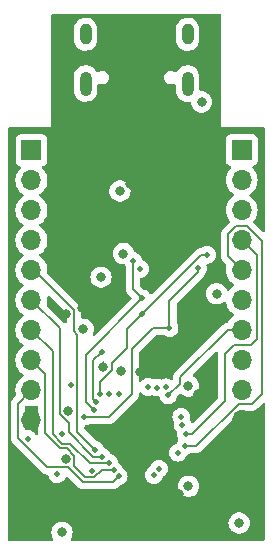
<source format=gbr>
%TF.GenerationSoftware,KiCad,Pcbnew,7.0.6*%
%TF.CreationDate,2023-07-23T20:03:58-07:00*%
%TF.ProjectId,iCEGenius,69434547-656e-4697-9573-2e6b69636164,rev?*%
%TF.SameCoordinates,Original*%
%TF.FileFunction,Copper,L3,Inr*%
%TF.FilePolarity,Positive*%
%FSLAX46Y46*%
G04 Gerber Fmt 4.6, Leading zero omitted, Abs format (unit mm)*
G04 Created by KiCad (PCBNEW 7.0.6) date 2023-07-23 20:03:58*
%MOMM*%
%LPD*%
G01*
G04 APERTURE LIST*
%TA.AperFunction,ComponentPad*%
%ADD10R,1.700000X1.700000*%
%TD*%
%TA.AperFunction,ComponentPad*%
%ADD11O,1.700000X1.700000*%
%TD*%
%TA.AperFunction,ComponentPad*%
%ADD12O,1.000000X2.100000*%
%TD*%
%TA.AperFunction,ComponentPad*%
%ADD13O,1.000000X1.800000*%
%TD*%
%TA.AperFunction,ViaPad*%
%ADD14C,0.800000*%
%TD*%
%TA.AperFunction,ViaPad*%
%ADD15C,0.500000*%
%TD*%
%TA.AperFunction,Conductor*%
%ADD16C,0.200000*%
%TD*%
G04 APERTURE END LIST*
D10*
%TO.N,+3V3*%
%TO.C,J3*%
X164915000Y-88530000D03*
D11*
%TO.N,IOL_2A*%
X164915000Y-91070000D03*
%TO.N,IOL_2B*%
X164915000Y-93610000D03*
%TO.N,IOT_52*%
X164915000Y-96150000D03*
%TO.N,IOT_53*%
X164915000Y-98690000D03*
%TO.N,IOT_50_GBIN1*%
X164915000Y-101230000D03*
%TO.N,IOL_4A*%
X164915000Y-103770000D03*
%TO.N,IOT_47*%
X164915000Y-106310000D03*
%TO.N,IOT_45*%
X164915000Y-108850000D03*
%TO.N,GND*%
X164915000Y-111390000D03*
%TD*%
D10*
%TO.N,+3V3*%
%TO.C,J2*%
X147115000Y-88550000D03*
D11*
%TO.N,IOL_4B_GBIN7*%
X147115000Y-91090000D03*
%TO.N,IOL_5B*%
X147115000Y-93630000D03*
%TO.N,IOL_5A_GBIN6*%
X147115000Y-96170000D03*
%TO.N,IOR_34*%
X147115000Y-98710000D03*
%TO.N,IOR_35_GBIN3*%
X147115000Y-101250000D03*
%TO.N,IOR_36_GBIN2*%
X147115000Y-103790000D03*
%TO.N,IOR_38*%
X147115000Y-106330000D03*
%TO.N,IOR_39*%
X147115000Y-108870000D03*
%TO.N,GND*%
X147115000Y-111410000D03*
%TD*%
D12*
%TO.N,unconnected-(J1-SHIELD-PadS1)*%
%TO.C,J1*%
X160330000Y-82900000D03*
D13*
X160330000Y-78720000D03*
D12*
X151690000Y-82900000D03*
D13*
X151690000Y-78720000D03*
%TD*%
D14*
%TO.N,+5V*%
X154600000Y-92000000D03*
X154900000Y-97300000D03*
X161520000Y-84455000D03*
%TO.N,GND*%
X163600000Y-119500000D03*
X151900000Y-84900000D03*
X151400000Y-97899999D03*
X151400000Y-99900000D03*
X156500000Y-119900000D03*
X164700000Y-113600000D03*
X153000000Y-96869500D03*
X155800000Y-78800000D03*
X159400000Y-91200000D03*
X152900000Y-91400000D03*
X157800001Y-78800000D03*
X150100000Y-88800000D03*
X158600000Y-95900000D03*
X150300000Y-96900000D03*
X153799999Y-78800000D03*
D15*
X161700000Y-93000000D03*
D14*
X151400000Y-101900001D03*
X153300000Y-94300000D03*
X161200000Y-109200000D03*
X156300000Y-107300000D03*
X153200000Y-106900000D03*
D15*
X149700000Y-112600000D03*
D14*
X156550000Y-118650000D03*
X149700000Y-80500000D03*
X150100000Y-84800000D03*
X150000000Y-102400000D03*
X151900000Y-87400000D03*
X149700000Y-78500000D03*
X160600000Y-88400000D03*
X155431635Y-91368365D03*
X146800000Y-119300000D03*
X162200000Y-79400000D03*
D15*
X152200000Y-115700000D03*
D14*
X154300000Y-119700000D03*
X149700000Y-82500000D03*
X159641121Y-117650468D03*
X150100000Y-86800000D03*
X146000000Y-120600000D03*
X156000000Y-112438990D03*
X163000000Y-87300000D03*
X157300000Y-87100000D03*
X159600000Y-84800000D03*
%TO.N,+3V3*%
X160400000Y-108500000D03*
X164700000Y-120100000D03*
X150000000Y-114700000D03*
X154700000Y-107200000D03*
X151500000Y-103700000D03*
X153000000Y-99300000D03*
X160400000Y-117000000D03*
X149700000Y-120900000D03*
X150200000Y-110600000D03*
X162800500Y-100700000D03*
D15*
%TO.N,SS*%
X152397937Y-110576525D03*
X156500000Y-101100000D03*
X155700000Y-97900000D03*
%TO.N,CRESET_B_CTL*%
X146800000Y-113000000D03*
X156300000Y-98600000D03*
%TO.N,IOL_4B_GBIN7*%
X158533627Y-108620571D03*
%TO.N,IOL_5A_GBIN6*%
X157003934Y-108596040D03*
%TO.N,IOT_50_GBIN1*%
X159500000Y-114149500D03*
%TO.N,MOSI*%
X152600000Y-109900000D03*
X153100000Y-105600000D03*
%TO.N,IOR_36_GBIN2*%
X153700000Y-115000000D03*
%TO.N,IOR_35_GBIN3*%
X153100000Y-114500000D03*
%TO.N,IOL_2A*%
X159800000Y-111100000D03*
%TO.N,IOL_2B*%
X159900000Y-111800000D03*
%TO.N,IOR_34*%
X152500000Y-113900000D03*
%TO.N,IOR_38*%
X154059891Y-115599818D03*
%TO.N,IOR_39*%
X154496826Y-116146070D03*
%TO.N,IOT_45*%
X157480298Y-116059602D03*
%TO.N,IOT_47*%
X157900000Y-115500000D03*
%TO.N,IOT_52*%
X160200000Y-112600000D03*
%TO.N,IOT_53*%
X160100000Y-113600000D03*
%TO.N,IOL_4A*%
X158700000Y-109300000D03*
%TO.N,IOL_5B*%
X157738543Y-108638543D03*
%TO.N,CRESET_B*%
X149300000Y-116000000D03*
X154500000Y-109200000D03*
%TO.N,SCK*%
X161200000Y-98500000D03*
X151600000Y-111100000D03*
X158800000Y-103600000D03*
%TO.N,MISO*%
X156500000Y-102400000D03*
X152900497Y-109200000D03*
X162000000Y-97400000D03*
%TO.N,Net-(D5-A)*%
X153638804Y-109160489D03*
X150450500Y-108400000D03*
%TD*%
D16*
%TO.N,SS*%
X151700000Y-109878588D02*
X152397937Y-110576525D01*
X155700000Y-97900000D02*
X155700000Y-100300000D01*
X156500000Y-101100000D02*
X151700000Y-105900000D01*
X155700000Y-100300000D02*
X156500000Y-101100000D01*
X151700000Y-105900000D02*
X151700000Y-109878588D01*
%TO.N,MOSI*%
X152350497Y-109650497D02*
X152350497Y-106349503D01*
X153000000Y-105700000D02*
X153100000Y-105600000D01*
X152600000Y-109900000D02*
X152350497Y-109650497D01*
X152350497Y-106349503D02*
X153000000Y-105700000D01*
%TO.N,IOR_36_GBIN2*%
X153650000Y-115050000D02*
X152050000Y-115050000D01*
X148900000Y-105575000D02*
X147115000Y-103790000D01*
X152050000Y-115050000D02*
X150400000Y-113400000D01*
X149722182Y-113400000D02*
X148900000Y-112577818D01*
X148900000Y-112577818D02*
X148900000Y-105575000D01*
X153700000Y-115000000D02*
X153650000Y-115050000D01*
X150400000Y-113400000D02*
X149722182Y-113400000D01*
%TO.N,IOR_35_GBIN3*%
X152322182Y-114500000D02*
X150250000Y-112427818D01*
X153100000Y-114500000D02*
X152322182Y-114500000D01*
X149500000Y-103635000D02*
X147115000Y-101250000D01*
X149500000Y-110900000D02*
X149500000Y-103635000D01*
X150250000Y-112427818D02*
X150250000Y-111650000D01*
X150250000Y-111650000D02*
X149500000Y-110900000D01*
%TO.N,IOR_34*%
X147299950Y-98710000D02*
X147115000Y-98710000D01*
X151000000Y-112400000D02*
X151000000Y-104189950D01*
X151000000Y-104189950D02*
X150700000Y-103889950D01*
X150700000Y-102110050D02*
X147299950Y-98710000D01*
X152500000Y-113900000D02*
X151000000Y-112400000D01*
X150700000Y-103889950D02*
X150700000Y-102110050D01*
%TO.N,IOR_38*%
X154059709Y-115600000D02*
X153077818Y-115600000D01*
X154059891Y-115599818D02*
X154059709Y-115600000D01*
X152427818Y-116250000D02*
X151672182Y-116250000D01*
X153077818Y-115600000D02*
X152427818Y-116250000D01*
X151672182Y-116250000D02*
X150700000Y-115277818D01*
X148265000Y-112508504D02*
X148265000Y-107480000D01*
X150700000Y-114410050D02*
X150089950Y-113800000D01*
X148265000Y-107480000D02*
X147115000Y-106330000D01*
X150700000Y-115277818D02*
X150700000Y-114410050D01*
X149556496Y-113800000D02*
X148265000Y-112508504D01*
X150089950Y-113800000D02*
X149556496Y-113800000D01*
%TO.N,IOR_39*%
X150200000Y-115400000D02*
X151450000Y-116650000D01*
X151450000Y-116650000D02*
X153992896Y-116650000D01*
X145965000Y-112942818D02*
X148422182Y-115400000D01*
X153992896Y-116650000D02*
X154496826Y-116146070D01*
X147115000Y-108870000D02*
X145965000Y-110020000D01*
X148422182Y-115400000D02*
X150200000Y-115400000D01*
X145965000Y-110020000D02*
X145965000Y-112942818D01*
%TO.N,IOT_52*%
X166200000Y-104500000D02*
X166200000Y-97435000D01*
X163500000Y-105800000D02*
X164300000Y-105000000D01*
X160700000Y-112600000D02*
X163500000Y-109800000D01*
X165700000Y-105000000D02*
X166200000Y-104500000D01*
X166200000Y-97435000D02*
X164915000Y-96150000D01*
X160200000Y-112600000D02*
X160700000Y-112600000D01*
X164300000Y-105000000D02*
X165700000Y-105000000D01*
X163500000Y-109800000D02*
X163500000Y-105800000D01*
%TO.N,IOT_53*%
X166600000Y-96208654D02*
X165391346Y-95000000D01*
X165391346Y-95000000D02*
X164438654Y-95000000D01*
X164678654Y-110000000D02*
X165800000Y-110000000D01*
X165800000Y-110000000D02*
X166600000Y-109200000D01*
X166600000Y-109200000D02*
X166600000Y-96208654D01*
X163765000Y-97540000D02*
X164915000Y-98690000D01*
X163765000Y-95673654D02*
X163765000Y-97540000D01*
X161078654Y-113600000D02*
X164678654Y-110000000D01*
X164438654Y-95000000D02*
X163765000Y-95673654D01*
X160100000Y-113600000D02*
X161078654Y-113600000D01*
%TO.N,IOL_4A*%
X163712919Y-103770000D02*
X164915000Y-103770000D01*
X158700000Y-109300000D02*
X159700000Y-108300000D01*
X159700000Y-107782919D02*
X163712919Y-103770000D01*
X159700000Y-108300000D02*
X159700000Y-107782919D01*
%TO.N,SCK*%
X161200000Y-98500000D02*
X161200000Y-98900000D01*
X155600000Y-109222156D02*
X155600000Y-105400000D01*
X155600000Y-105400000D02*
X157400000Y-103600000D01*
X153695631Y-111126525D02*
X155600000Y-109222156D01*
X161200000Y-98900000D02*
X158800000Y-101300000D01*
X151626525Y-111126525D02*
X153695631Y-111126525D01*
X158800000Y-101300000D02*
X158800000Y-103600000D01*
X151600000Y-111100000D02*
X151626525Y-111126525D01*
X157400000Y-103600000D02*
X158800000Y-103600000D01*
%TO.N,MISO*%
X153900000Y-107189950D02*
X152900497Y-108189453D01*
X155200000Y-103700000D02*
X155200000Y-105300000D01*
X155200000Y-105300000D02*
X153900000Y-106600000D01*
X162000000Y-97400000D02*
X161500000Y-97400000D01*
X152900497Y-108189453D02*
X152900497Y-109200000D01*
X156500000Y-102400000D02*
X155200000Y-103700000D01*
X153900000Y-106600000D02*
X153900000Y-107189950D01*
X161500000Y-97400000D02*
X156500000Y-102400000D01*
%TD*%
%TA.AperFunction,Conductor*%
%TO.N,GND*%
G36*
X163142539Y-77020185D02*
G01*
X163188294Y-77072989D01*
X163199500Y-77124500D01*
X163199500Y-86575467D01*
X163199416Y-86575889D01*
X163199459Y-86600001D01*
X163199500Y-86600099D01*
X163199616Y-86600382D01*
X163199618Y-86600384D01*
X163199808Y-86600462D01*
X163200000Y-86600541D01*
X163200002Y-86600539D01*
X163224616Y-86600524D01*
X163224616Y-86600528D01*
X163224760Y-86600500D01*
X166775500Y-86600500D01*
X166842539Y-86620185D01*
X166888294Y-86672989D01*
X166899500Y-86724500D01*
X166899500Y-95359556D01*
X166879815Y-95426595D01*
X166827011Y-95472350D01*
X166757853Y-95482294D01*
X166694297Y-95453269D01*
X166687819Y-95447237D01*
X165925419Y-94684838D01*
X165891934Y-94623515D01*
X165896918Y-94553824D01*
X165925416Y-94509478D01*
X165953495Y-94481401D01*
X166089035Y-94287830D01*
X166188903Y-94073663D01*
X166250063Y-93845408D01*
X166270659Y-93610000D01*
X166250063Y-93374592D01*
X166188903Y-93146337D01*
X166089035Y-92932171D01*
X166039301Y-92861142D01*
X165953494Y-92738597D01*
X165786402Y-92571506D01*
X165786396Y-92571501D01*
X165600842Y-92441575D01*
X165557217Y-92386998D01*
X165550023Y-92317500D01*
X165581546Y-92255145D01*
X165600842Y-92238425D01*
X165672486Y-92188259D01*
X165786401Y-92108495D01*
X165953495Y-91941401D01*
X166089035Y-91747830D01*
X166188903Y-91533663D01*
X166250063Y-91305408D01*
X166270659Y-91070000D01*
X166250063Y-90834592D01*
X166188903Y-90606337D01*
X166089035Y-90392171D01*
X165953495Y-90198599D01*
X165831567Y-90076671D01*
X165798084Y-90015351D01*
X165803068Y-89945659D01*
X165844939Y-89889725D01*
X165875915Y-89872810D01*
X166007331Y-89823796D01*
X166122546Y-89737546D01*
X166208796Y-89622331D01*
X166259091Y-89487483D01*
X166265500Y-89427873D01*
X166265499Y-87632128D01*
X166259091Y-87572517D01*
X166216256Y-87457671D01*
X166208797Y-87437671D01*
X166208793Y-87437664D01*
X166122547Y-87322455D01*
X166122544Y-87322452D01*
X166007335Y-87236206D01*
X166007328Y-87236202D01*
X165872482Y-87185908D01*
X165872483Y-87185908D01*
X165812883Y-87179501D01*
X165812881Y-87179500D01*
X165812873Y-87179500D01*
X165812864Y-87179500D01*
X164017129Y-87179500D01*
X164017123Y-87179501D01*
X163957516Y-87185908D01*
X163822671Y-87236202D01*
X163822664Y-87236206D01*
X163707455Y-87322452D01*
X163707452Y-87322455D01*
X163621206Y-87437664D01*
X163621202Y-87437671D01*
X163570908Y-87572517D01*
X163564501Y-87632116D01*
X163564501Y-87632123D01*
X163564500Y-87632135D01*
X163564500Y-89427870D01*
X163564501Y-89427876D01*
X163570908Y-89487483D01*
X163621202Y-89622328D01*
X163621206Y-89622335D01*
X163707452Y-89737544D01*
X163707455Y-89737547D01*
X163822664Y-89823793D01*
X163822671Y-89823797D01*
X163954081Y-89872810D01*
X164010015Y-89914681D01*
X164034432Y-89980145D01*
X164019580Y-90048418D01*
X163998430Y-90076673D01*
X163876503Y-90198600D01*
X163740965Y-90392169D01*
X163740964Y-90392171D01*
X163641098Y-90606335D01*
X163641094Y-90606344D01*
X163579938Y-90834586D01*
X163579936Y-90834596D01*
X163559341Y-91069999D01*
X163559341Y-91070000D01*
X163579936Y-91305403D01*
X163579938Y-91305413D01*
X163641094Y-91533655D01*
X163641096Y-91533659D01*
X163641097Y-91533663D01*
X163650424Y-91553664D01*
X163740965Y-91747830D01*
X163740967Y-91747834D01*
X163876501Y-91941395D01*
X163876506Y-91941402D01*
X164043597Y-92108493D01*
X164043603Y-92108498D01*
X164229158Y-92238425D01*
X164272783Y-92293002D01*
X164279977Y-92362500D01*
X164248454Y-92424855D01*
X164229158Y-92441575D01*
X164043597Y-92571505D01*
X163876505Y-92738597D01*
X163740965Y-92932169D01*
X163740964Y-92932171D01*
X163641098Y-93146335D01*
X163641094Y-93146344D01*
X163579938Y-93374586D01*
X163579936Y-93374596D01*
X163559341Y-93609999D01*
X163559341Y-93610000D01*
X163579936Y-93845403D01*
X163579938Y-93845413D01*
X163641094Y-94073655D01*
X163641096Y-94073659D01*
X163641097Y-94073663D01*
X163650424Y-94093664D01*
X163740965Y-94287830D01*
X163740967Y-94287834D01*
X163876501Y-94481395D01*
X163876500Y-94481395D01*
X163876502Y-94481397D01*
X163876505Y-94481401D01*
X163904581Y-94509477D01*
X163938065Y-94570796D01*
X163933081Y-94640488D01*
X163904580Y-94684837D01*
X163371096Y-95218322D01*
X163364994Y-95223673D01*
X163336716Y-95245372D01*
X163260585Y-95344591D01*
X163240462Y-95370816D01*
X163240461Y-95370817D01*
X163179957Y-95516888D01*
X163179955Y-95516893D01*
X163159318Y-95673652D01*
X163159318Y-95673653D01*
X163163969Y-95708980D01*
X163164500Y-95717082D01*
X163164500Y-97496571D01*
X163163969Y-97504673D01*
X163159318Y-97539999D01*
X163159318Y-97540000D01*
X163164500Y-97579360D01*
X163179955Y-97696760D01*
X163179956Y-97696762D01*
X163240464Y-97842841D01*
X163336718Y-97968282D01*
X163364995Y-97989980D01*
X163371085Y-97995320D01*
X163504874Y-98129109D01*
X163582233Y-98206468D01*
X163615718Y-98267791D01*
X163614327Y-98326241D01*
X163579939Y-98454583D01*
X163579936Y-98454596D01*
X163559341Y-98689999D01*
X163559341Y-98690000D01*
X163579936Y-98925403D01*
X163579938Y-98925413D01*
X163641092Y-99153647D01*
X163641094Y-99153655D01*
X163641097Y-99153663D01*
X163726268Y-99336313D01*
X163740965Y-99367830D01*
X163740967Y-99367834D01*
X163876501Y-99561395D01*
X163876506Y-99561402D01*
X164043597Y-99728493D01*
X164043603Y-99728498D01*
X164229158Y-99858425D01*
X164272783Y-99913002D01*
X164279977Y-99982500D01*
X164248454Y-100044855D01*
X164229158Y-100061575D01*
X164043597Y-100191505D01*
X163876505Y-100358597D01*
X163855161Y-100389079D01*
X163800583Y-100432703D01*
X163731084Y-100439894D01*
X163668730Y-100408370D01*
X163635657Y-100356271D01*
X163627679Y-100331716D01*
X163533033Y-100167784D01*
X163406371Y-100027112D01*
X163405200Y-100026261D01*
X163253234Y-99915851D01*
X163253229Y-99915848D01*
X163080307Y-99838857D01*
X163080302Y-99838855D01*
X162934500Y-99807865D01*
X162895146Y-99799500D01*
X162705854Y-99799500D01*
X162673397Y-99806398D01*
X162520697Y-99838855D01*
X162520692Y-99838857D01*
X162347770Y-99915848D01*
X162347765Y-99915851D01*
X162194629Y-100027111D01*
X162067966Y-100167785D01*
X161973321Y-100331715D01*
X161973318Y-100331722D01*
X161914827Y-100511740D01*
X161914826Y-100511744D01*
X161895040Y-100700000D01*
X161914826Y-100888256D01*
X161914827Y-100888259D01*
X161973318Y-101068277D01*
X161973321Y-101068284D01*
X162067967Y-101232216D01*
X162187321Y-101364772D01*
X162194629Y-101372888D01*
X162347765Y-101484148D01*
X162347770Y-101484151D01*
X162520692Y-101561142D01*
X162520697Y-101561144D01*
X162705854Y-101600500D01*
X162705855Y-101600500D01*
X162895144Y-101600500D01*
X162895146Y-101600500D01*
X163080303Y-101561144D01*
X163253230Y-101484151D01*
X163385226Y-101388250D01*
X163451028Y-101364772D01*
X163519082Y-101380597D01*
X163567777Y-101430703D01*
X163577931Y-101460341D01*
X163578536Y-101460179D01*
X163641094Y-101693655D01*
X163641096Y-101693659D01*
X163641097Y-101693663D01*
X163709452Y-101840250D01*
X163740965Y-101907830D01*
X163740967Y-101907834D01*
X163876501Y-102101395D01*
X163876506Y-102101402D01*
X164043597Y-102268493D01*
X164043603Y-102268498D01*
X164229158Y-102398425D01*
X164272783Y-102453002D01*
X164279977Y-102522500D01*
X164248454Y-102584855D01*
X164229158Y-102601575D01*
X164043597Y-102731505D01*
X163876505Y-102898597D01*
X163740965Y-103092169D01*
X163740964Y-103092172D01*
X163735702Y-103103455D01*
X163689526Y-103155891D01*
X163639509Y-103173982D01*
X163574575Y-103182531D01*
X163556157Y-103184956D01*
X163556156Y-103184956D01*
X163556153Y-103184957D01*
X163410082Y-103245461D01*
X163410081Y-103245462D01*
X163330747Y-103306337D01*
X163284635Y-103341719D01*
X163262942Y-103369989D01*
X163257590Y-103376092D01*
X159306096Y-107327587D01*
X159299994Y-107332938D01*
X159271717Y-107354637D01*
X159205727Y-107440639D01*
X159175464Y-107480076D01*
X159175461Y-107480082D01*
X159114957Y-107626153D01*
X159114955Y-107626158D01*
X159095800Y-107771662D01*
X159094318Y-107782919D01*
X159098081Y-107811505D01*
X159098969Y-107818245D01*
X159099500Y-107826346D01*
X159099500Y-107865414D01*
X159079815Y-107932453D01*
X159027011Y-107978208D01*
X158957853Y-107988152D01*
X158909528Y-107970408D01*
X158861319Y-107940116D01*
X158861318Y-107940115D01*
X158861317Y-107940115D01*
X158822997Y-107926706D01*
X158701683Y-107884256D01*
X158533630Y-107865322D01*
X158533624Y-107865322D01*
X158365570Y-107884256D01*
X158205935Y-107940115D01*
X158187155Y-107951916D01*
X158119918Y-107970915D01*
X158072962Y-107959942D01*
X158072807Y-107960387D01*
X158068665Y-107958937D01*
X158067374Y-107958636D01*
X158066235Y-107958087D01*
X157906600Y-107902229D01*
X157738546Y-107883294D01*
X157738540Y-107883294D01*
X157570483Y-107902229D01*
X157570481Y-107902229D01*
X157459775Y-107940968D01*
X157389996Y-107944530D01*
X157352849Y-107928920D01*
X157331624Y-107915584D01*
X157331621Y-107915582D01*
X157171991Y-107859726D01*
X157003937Y-107840791D01*
X157003931Y-107840791D01*
X156835877Y-107859725D01*
X156676239Y-107915585D01*
X156676236Y-107915587D01*
X156533049Y-108005558D01*
X156533043Y-108005563D01*
X156412181Y-108126426D01*
X156350858Y-108159911D01*
X156281166Y-108154927D01*
X156225233Y-108113055D01*
X156200816Y-108047591D01*
X156200500Y-108038745D01*
X156200500Y-105700096D01*
X156220185Y-105633057D01*
X156236819Y-105612415D01*
X157612416Y-104236819D01*
X157673739Y-104203334D01*
X157700097Y-104200500D01*
X158309337Y-104200500D01*
X158375308Y-104219505D01*
X158472310Y-104280456D01*
X158574773Y-104316309D01*
X158631943Y-104336314D01*
X158799997Y-104355249D01*
X158800000Y-104355249D01*
X158800003Y-104355249D01*
X158968056Y-104336314D01*
X158996809Y-104326253D01*
X159127690Y-104280456D01*
X159127692Y-104280454D01*
X159127694Y-104280454D01*
X159127697Y-104280452D01*
X159270884Y-104190481D01*
X159270885Y-104190480D01*
X159270890Y-104190477D01*
X159390477Y-104070890D01*
X159390481Y-104070884D01*
X159480452Y-103927697D01*
X159480454Y-103927694D01*
X159480454Y-103927692D01*
X159480456Y-103927690D01*
X159536313Y-103768059D01*
X159536313Y-103768058D01*
X159536314Y-103768056D01*
X159555249Y-103600002D01*
X159555249Y-103599997D01*
X159536314Y-103431943D01*
X159504743Y-103341719D01*
X159480456Y-103272310D01*
X159439242Y-103206718D01*
X159419506Y-103175308D01*
X159400500Y-103109336D01*
X159400500Y-101600096D01*
X159420185Y-101533057D01*
X159436814Y-101512420D01*
X161593923Y-99355310D01*
X161599998Y-99349984D01*
X161628282Y-99328282D01*
X161724536Y-99202841D01*
X161785044Y-99056762D01*
X161787971Y-99034530D01*
X161794370Y-98985920D01*
X161812315Y-98936134D01*
X161880456Y-98827690D01*
X161936313Y-98668059D01*
X161953463Y-98515849D01*
X161955249Y-98500002D01*
X161955249Y-98499997D01*
X161936313Y-98331940D01*
X161936313Y-98331938D01*
X161930603Y-98315620D01*
X161927041Y-98245841D01*
X161961769Y-98185214D01*
X162023763Y-98152986D01*
X162033761Y-98151445D01*
X162168055Y-98136314D01*
X162168057Y-98136313D01*
X162168059Y-98136313D01*
X162327690Y-98080456D01*
X162327692Y-98080454D01*
X162327694Y-98080454D01*
X162327697Y-98080452D01*
X162470884Y-97990481D01*
X162470885Y-97990480D01*
X162470890Y-97990477D01*
X162590477Y-97870890D01*
X162596215Y-97861758D01*
X162680452Y-97727697D01*
X162680454Y-97727694D01*
X162680454Y-97727692D01*
X162680456Y-97727690D01*
X162736313Y-97568059D01*
X162736313Y-97568058D01*
X162736314Y-97568056D01*
X162755249Y-97400002D01*
X162755249Y-97399997D01*
X162736314Y-97231943D01*
X162680454Y-97072305D01*
X162680452Y-97072302D01*
X162590481Y-96929115D01*
X162590476Y-96929109D01*
X162470890Y-96809523D01*
X162470884Y-96809518D01*
X162327697Y-96719547D01*
X162327694Y-96719545D01*
X162168056Y-96663685D01*
X162000003Y-96644751D01*
X161999997Y-96644751D01*
X161831943Y-96663685D01*
X161672307Y-96719545D01*
X161581917Y-96776341D01*
X161514680Y-96795341D01*
X161500203Y-96794318D01*
X161500000Y-96794318D01*
X161460639Y-96799500D01*
X161343239Y-96814955D01*
X161343237Y-96814956D01*
X161197157Y-96875464D01*
X161071719Y-96971716D01*
X161050019Y-96999994D01*
X161044668Y-97006096D01*
X157328220Y-100722543D01*
X157266897Y-100756028D01*
X157197205Y-100751044D01*
X157141272Y-100709172D01*
X157135546Y-100700835D01*
X157100010Y-100644282D01*
X157090477Y-100629110D01*
X156970890Y-100509523D01*
X156970884Y-100509518D01*
X156827697Y-100419547D01*
X156827692Y-100419544D01*
X156710675Y-100378599D01*
X156668059Y-100363687D01*
X156649031Y-100361542D01*
X156584619Y-100334474D01*
X156575239Y-100326004D01*
X156336819Y-100087584D01*
X156303334Y-100026261D01*
X156300500Y-99999903D01*
X156300500Y-99466005D01*
X156320185Y-99398966D01*
X156372989Y-99353211D01*
X156410618Y-99342785D01*
X156468056Y-99336314D01*
X156491016Y-99328280D01*
X156627690Y-99280456D01*
X156627693Y-99280453D01*
X156627697Y-99280452D01*
X156770884Y-99190481D01*
X156770885Y-99190480D01*
X156770890Y-99190477D01*
X156890477Y-99070890D01*
X156890481Y-99070884D01*
X156980452Y-98927697D01*
X156980454Y-98927694D01*
X156980454Y-98927692D01*
X156980456Y-98927690D01*
X157036313Y-98768059D01*
X157036313Y-98768058D01*
X157036314Y-98768056D01*
X157055249Y-98600002D01*
X157055249Y-98599997D01*
X157036314Y-98431943D01*
X156980454Y-98272305D01*
X156980452Y-98272302D01*
X156890481Y-98129115D01*
X156890476Y-98129109D01*
X156770890Y-98009523D01*
X156770884Y-98009518D01*
X156627697Y-97919547D01*
X156627692Y-97919544D01*
X156561961Y-97896544D01*
X156524004Y-97883263D01*
X156467230Y-97842542D01*
X156441740Y-97780104D01*
X156436314Y-97731944D01*
X156434827Y-97727694D01*
X156380456Y-97572310D01*
X156380455Y-97572309D01*
X156380454Y-97572305D01*
X156380452Y-97572302D01*
X156290481Y-97429115D01*
X156290476Y-97429109D01*
X156170890Y-97309523D01*
X156170884Y-97309518D01*
X156027697Y-97219547D01*
X156027692Y-97219544D01*
X155868056Y-97163686D01*
X155865894Y-97163193D01*
X155864638Y-97162490D01*
X155861487Y-97161388D01*
X155861680Y-97160835D01*
X155804917Y-97129081D01*
X155775561Y-97080621D01*
X155727181Y-96931721D01*
X155727178Y-96931715D01*
X155725674Y-96929110D01*
X155632533Y-96767784D01*
X155505871Y-96627112D01*
X155505870Y-96627111D01*
X155352734Y-96515851D01*
X155352729Y-96515848D01*
X155179807Y-96438857D01*
X155179802Y-96438855D01*
X155034000Y-96407865D01*
X154994646Y-96399500D01*
X154805354Y-96399500D01*
X154777582Y-96405403D01*
X154620197Y-96438855D01*
X154620192Y-96438857D01*
X154447270Y-96515848D01*
X154447265Y-96515851D01*
X154294129Y-96627111D01*
X154167466Y-96767785D01*
X154072821Y-96931715D01*
X154072818Y-96931722D01*
X154014327Y-97111740D01*
X154014326Y-97111744D01*
X153994540Y-97300000D01*
X154014326Y-97488256D01*
X154014327Y-97488259D01*
X154072818Y-97668277D01*
X154072821Y-97668284D01*
X154167467Y-97832216D01*
X154289982Y-97968282D01*
X154294129Y-97972888D01*
X154447265Y-98084148D01*
X154447270Y-98084151D01*
X154620192Y-98161142D01*
X154620197Y-98161144D01*
X154805354Y-98200500D01*
X154805355Y-98200500D01*
X154933927Y-98200500D01*
X155000966Y-98220185D01*
X155038920Y-98258527D01*
X155080493Y-98324689D01*
X155099500Y-98390662D01*
X155099500Y-100256571D01*
X155098969Y-100264673D01*
X155094318Y-100299999D01*
X155094318Y-100300000D01*
X155099500Y-100339360D01*
X155114955Y-100456760D01*
X155114956Y-100456762D01*
X155175464Y-100602841D01*
X155271718Y-100728282D01*
X155299995Y-100749980D01*
X155306085Y-100755320D01*
X155435620Y-100884855D01*
X155563084Y-101012319D01*
X155596569Y-101073642D01*
X155591585Y-101143334D01*
X155563084Y-101187681D01*
X152507830Y-104242934D01*
X152446507Y-104276419D01*
X152376815Y-104271435D01*
X152320882Y-104229563D01*
X152296465Y-104164099D01*
X152311317Y-104095826D01*
X152312715Y-104093334D01*
X152327179Y-104068284D01*
X152385674Y-103888256D01*
X152405460Y-103700000D01*
X152385674Y-103511744D01*
X152327179Y-103331716D01*
X152232533Y-103167784D01*
X152105871Y-103027112D01*
X152105870Y-103027111D01*
X151952734Y-102915851D01*
X151952729Y-102915848D01*
X151779807Y-102838857D01*
X151779802Y-102838855D01*
X151634001Y-102807865D01*
X151594646Y-102799500D01*
X151424500Y-102799500D01*
X151357461Y-102779815D01*
X151311706Y-102727011D01*
X151300500Y-102675500D01*
X151300500Y-102153478D01*
X151301031Y-102145376D01*
X151304188Y-102121401D01*
X151305682Y-102110050D01*
X151304543Y-102101402D01*
X151285044Y-101953289D01*
X151285042Y-101953284D01*
X151274500Y-101927834D01*
X151224538Y-101807213D01*
X151224538Y-101807212D01*
X151157268Y-101719544D01*
X151128282Y-101681768D01*
X151100007Y-101660072D01*
X151093904Y-101654719D01*
X148739185Y-99300000D01*
X152094540Y-99300000D01*
X152114326Y-99488256D01*
X152114327Y-99488259D01*
X152172818Y-99668277D01*
X152172821Y-99668284D01*
X152267467Y-99832216D01*
X152362254Y-99937487D01*
X152394129Y-99972888D01*
X152547265Y-100084148D01*
X152547270Y-100084151D01*
X152720192Y-100161142D01*
X152720197Y-100161144D01*
X152905354Y-100200500D01*
X152905355Y-100200500D01*
X153094644Y-100200500D01*
X153094646Y-100200500D01*
X153279803Y-100161144D01*
X153452730Y-100084151D01*
X153605871Y-99972888D01*
X153732533Y-99832216D01*
X153827179Y-99668284D01*
X153885674Y-99488256D01*
X153905460Y-99300000D01*
X153885674Y-99111744D01*
X153827179Y-98931716D01*
X153732533Y-98767784D01*
X153605871Y-98627112D01*
X153605870Y-98627111D01*
X153452734Y-98515851D01*
X153452729Y-98515848D01*
X153279807Y-98438857D01*
X153279802Y-98438855D01*
X153134001Y-98407865D01*
X153094646Y-98399500D01*
X152905354Y-98399500D01*
X152872897Y-98406398D01*
X152720197Y-98438855D01*
X152720192Y-98438857D01*
X152547270Y-98515848D01*
X152547265Y-98515851D01*
X152394129Y-98627111D01*
X152267466Y-98767785D01*
X152172821Y-98931715D01*
X152172818Y-98931722D01*
X152127602Y-99070884D01*
X152114326Y-99111744D01*
X152097577Y-99271101D01*
X152096595Y-99280452D01*
X152094540Y-99300000D01*
X148739185Y-99300000D01*
X148485682Y-99046497D01*
X148452197Y-98985174D01*
X148449835Y-98948008D01*
X148450062Y-98945410D01*
X148450063Y-98945408D01*
X148470659Y-98710000D01*
X148450063Y-98474592D01*
X148392169Y-98258527D01*
X148388905Y-98246344D01*
X148388904Y-98246343D01*
X148388903Y-98246337D01*
X148289035Y-98032171D01*
X148273174Y-98009518D01*
X148153494Y-97838597D01*
X147986402Y-97671506D01*
X147986396Y-97671501D01*
X147800842Y-97541575D01*
X147757217Y-97486998D01*
X147750023Y-97417500D01*
X147781546Y-97355145D01*
X147800842Y-97338425D01*
X147855718Y-97300000D01*
X147986401Y-97208495D01*
X148153495Y-97041401D01*
X148289035Y-96847830D01*
X148388903Y-96633663D01*
X148450063Y-96405408D01*
X148470659Y-96170000D01*
X148450063Y-95934592D01*
X148388903Y-95706337D01*
X148289035Y-95492171D01*
X148275157Y-95472350D01*
X148153494Y-95298597D01*
X147986402Y-95131506D01*
X147986396Y-95131501D01*
X147800842Y-95001575D01*
X147757217Y-94946998D01*
X147750023Y-94877500D01*
X147781546Y-94815145D01*
X147800842Y-94798425D01*
X147823026Y-94782891D01*
X147986401Y-94668495D01*
X148153495Y-94501401D01*
X148289035Y-94307830D01*
X148388903Y-94093663D01*
X148450063Y-93865408D01*
X148470659Y-93630000D01*
X148450063Y-93394592D01*
X148388903Y-93166337D01*
X148289035Y-92952171D01*
X148225298Y-92861144D01*
X148153494Y-92758597D01*
X147986402Y-92591506D01*
X147986396Y-92591501D01*
X147800842Y-92461575D01*
X147757217Y-92406998D01*
X147750023Y-92337500D01*
X147781546Y-92275145D01*
X147800842Y-92258425D01*
X147901049Y-92188259D01*
X147986401Y-92128495D01*
X148114896Y-92000000D01*
X153694540Y-92000000D01*
X153714326Y-92188256D01*
X153714327Y-92188259D01*
X153772818Y-92368277D01*
X153772821Y-92368284D01*
X153867467Y-92532216D01*
X153994129Y-92672888D01*
X154147265Y-92784148D01*
X154147270Y-92784151D01*
X154320192Y-92861142D01*
X154320197Y-92861144D01*
X154505354Y-92900500D01*
X154505355Y-92900500D01*
X154694644Y-92900500D01*
X154694646Y-92900500D01*
X154879803Y-92861144D01*
X155052730Y-92784151D01*
X155205871Y-92672888D01*
X155332533Y-92532216D01*
X155427179Y-92368284D01*
X155485674Y-92188256D01*
X155505460Y-92000000D01*
X155485674Y-91811744D01*
X155427179Y-91631716D01*
X155332533Y-91467784D01*
X155205871Y-91327112D01*
X155175998Y-91305408D01*
X155052734Y-91215851D01*
X155052729Y-91215848D01*
X154879807Y-91138857D01*
X154879802Y-91138855D01*
X154734001Y-91107865D01*
X154694646Y-91099500D01*
X154505354Y-91099500D01*
X154472897Y-91106398D01*
X154320197Y-91138855D01*
X154320192Y-91138857D01*
X154147270Y-91215848D01*
X154147265Y-91215851D01*
X153994129Y-91327111D01*
X153867466Y-91467785D01*
X153772821Y-91631715D01*
X153772818Y-91631722D01*
X153728593Y-91767834D01*
X153714326Y-91811744D01*
X153694540Y-92000000D01*
X148114896Y-92000000D01*
X148153495Y-91961401D01*
X148289035Y-91767830D01*
X148388903Y-91553663D01*
X148450063Y-91325408D01*
X148470659Y-91090000D01*
X148450063Y-90854592D01*
X148388903Y-90626337D01*
X148289035Y-90412171D01*
X148153495Y-90218599D01*
X148031567Y-90096671D01*
X147998084Y-90035351D01*
X148003068Y-89965659D01*
X148044939Y-89909725D01*
X148075915Y-89892810D01*
X148207331Y-89843796D01*
X148322546Y-89757546D01*
X148408796Y-89642331D01*
X148459091Y-89507483D01*
X148465500Y-89447873D01*
X148465499Y-87652128D01*
X148459091Y-87592517D01*
X148451631Y-87572517D01*
X148408797Y-87457671D01*
X148408793Y-87457664D01*
X148322547Y-87342455D01*
X148322544Y-87342452D01*
X148207335Y-87256206D01*
X148207328Y-87256202D01*
X148072482Y-87205908D01*
X148072483Y-87205908D01*
X148012883Y-87199501D01*
X148012881Y-87199500D01*
X148012873Y-87199500D01*
X148012864Y-87199500D01*
X146217129Y-87199500D01*
X146217123Y-87199501D01*
X146157516Y-87205908D01*
X146022671Y-87256202D01*
X146022664Y-87256206D01*
X145907455Y-87342452D01*
X145907452Y-87342455D01*
X145821206Y-87457664D01*
X145821202Y-87457671D01*
X145770908Y-87592517D01*
X145766650Y-87632127D01*
X145764501Y-87652123D01*
X145764500Y-87652135D01*
X145764500Y-89447870D01*
X145764501Y-89447876D01*
X145770908Y-89507483D01*
X145821202Y-89642328D01*
X145821206Y-89642335D01*
X145907452Y-89757544D01*
X145907455Y-89757547D01*
X146022664Y-89843793D01*
X146022671Y-89843797D01*
X146154081Y-89892810D01*
X146210015Y-89934681D01*
X146234432Y-90000145D01*
X146219580Y-90068418D01*
X146198430Y-90096673D01*
X146076503Y-90218600D01*
X145940965Y-90412169D01*
X145940964Y-90412171D01*
X145841098Y-90626335D01*
X145841094Y-90626344D01*
X145779938Y-90854586D01*
X145779936Y-90854596D01*
X145759341Y-91089999D01*
X145759341Y-91090000D01*
X145779936Y-91325403D01*
X145779938Y-91325413D01*
X145841094Y-91553655D01*
X145841096Y-91553659D01*
X145841097Y-91553663D01*
X145877494Y-91631716D01*
X145940965Y-91767830D01*
X145940967Y-91767834D01*
X146076501Y-91961395D01*
X146076506Y-91961402D01*
X146243597Y-92128493D01*
X146243603Y-92128498D01*
X146429158Y-92258425D01*
X146472783Y-92313002D01*
X146479977Y-92382500D01*
X146448454Y-92444855D01*
X146429158Y-92461575D01*
X146243597Y-92591505D01*
X146076505Y-92758597D01*
X145940965Y-92952169D01*
X145940964Y-92952171D01*
X145841098Y-93166335D01*
X145841094Y-93166344D01*
X145779938Y-93394586D01*
X145779936Y-93394596D01*
X145759341Y-93629999D01*
X145759341Y-93630000D01*
X145779936Y-93865403D01*
X145779938Y-93865413D01*
X145841094Y-94093655D01*
X145841096Y-94093659D01*
X145841097Y-94093663D01*
X145931638Y-94287829D01*
X145940965Y-94307830D01*
X145940967Y-94307834D01*
X146076501Y-94501395D01*
X146076506Y-94501402D01*
X146243597Y-94668493D01*
X146243603Y-94668498D01*
X146429158Y-94798425D01*
X146472783Y-94853002D01*
X146479977Y-94922500D01*
X146448454Y-94984855D01*
X146429158Y-95001575D01*
X146243597Y-95131505D01*
X146076505Y-95298597D01*
X145940965Y-95492169D01*
X145940964Y-95492171D01*
X145841098Y-95706335D01*
X145841094Y-95706344D01*
X145779938Y-95934586D01*
X145779936Y-95934596D01*
X145759341Y-96169999D01*
X145759341Y-96170000D01*
X145779936Y-96405403D01*
X145779938Y-96405413D01*
X145841094Y-96633655D01*
X145841096Y-96633659D01*
X145841097Y-96633663D01*
X145903639Y-96767784D01*
X145940965Y-96847830D01*
X145940967Y-96847834D01*
X146076501Y-97041395D01*
X146076506Y-97041402D01*
X146243597Y-97208493D01*
X146243603Y-97208498D01*
X146429158Y-97338425D01*
X146472783Y-97393002D01*
X146479977Y-97462500D01*
X146448454Y-97524855D01*
X146429158Y-97541575D01*
X146243597Y-97671505D01*
X146076505Y-97838597D01*
X145940965Y-98032169D01*
X145940964Y-98032171D01*
X145841098Y-98246335D01*
X145841094Y-98246344D01*
X145779938Y-98474586D01*
X145779936Y-98474596D01*
X145759341Y-98709999D01*
X145759341Y-98710000D01*
X145779936Y-98945403D01*
X145779938Y-98945413D01*
X145841094Y-99173655D01*
X145841096Y-99173659D01*
X145841097Y-99173663D01*
X145924822Y-99353211D01*
X145940965Y-99387830D01*
X145940967Y-99387834D01*
X146076501Y-99581395D01*
X146076506Y-99581402D01*
X146243597Y-99748493D01*
X146243603Y-99748498D01*
X146429158Y-99878425D01*
X146472783Y-99933002D01*
X146479977Y-100002500D01*
X146448454Y-100064855D01*
X146429158Y-100081575D01*
X146243597Y-100211505D01*
X146076505Y-100378597D01*
X145940965Y-100572169D01*
X145940964Y-100572171D01*
X145841098Y-100786335D01*
X145841094Y-100786344D01*
X145779938Y-101014586D01*
X145779936Y-101014596D01*
X145759341Y-101249999D01*
X145759341Y-101250000D01*
X145779936Y-101485403D01*
X145779938Y-101485413D01*
X145841094Y-101713655D01*
X145841096Y-101713659D01*
X145841097Y-101713663D01*
X145900126Y-101840250D01*
X145940965Y-101927830D01*
X145940967Y-101927834D01*
X146076501Y-102121395D01*
X146076506Y-102121402D01*
X146243597Y-102288493D01*
X146243603Y-102288498D01*
X146429158Y-102418425D01*
X146472783Y-102473002D01*
X146479977Y-102542500D01*
X146448454Y-102604855D01*
X146429158Y-102621575D01*
X146243597Y-102751505D01*
X146076505Y-102918597D01*
X145940965Y-103112169D01*
X145940964Y-103112171D01*
X145841098Y-103326335D01*
X145841094Y-103326344D01*
X145779938Y-103554586D01*
X145779936Y-103554596D01*
X145759341Y-103789999D01*
X145759341Y-103790000D01*
X145779936Y-104025403D01*
X145779938Y-104025413D01*
X145841094Y-104253655D01*
X145841096Y-104253659D01*
X145841097Y-104253663D01*
X145896693Y-104372888D01*
X145940965Y-104467830D01*
X145940967Y-104467834D01*
X146032990Y-104599255D01*
X146071122Y-104653714D01*
X146076501Y-104661395D01*
X146076506Y-104661402D01*
X146243597Y-104828493D01*
X146243603Y-104828498D01*
X146429158Y-104958425D01*
X146472783Y-105013002D01*
X146479977Y-105082500D01*
X146448454Y-105144855D01*
X146429158Y-105161575D01*
X146243597Y-105291505D01*
X146076505Y-105458597D01*
X145940965Y-105652169D01*
X145940964Y-105652171D01*
X145841098Y-105866335D01*
X145841094Y-105866344D01*
X145779938Y-106094586D01*
X145779936Y-106094596D01*
X145759341Y-106329999D01*
X145759341Y-106330000D01*
X145779936Y-106565403D01*
X145779938Y-106565413D01*
X145841094Y-106793655D01*
X145841096Y-106793659D01*
X145841097Y-106793663D01*
X145909902Y-106941215D01*
X145940965Y-107007830D01*
X145940967Y-107007834D01*
X146076501Y-107201395D01*
X146076506Y-107201402D01*
X146243597Y-107368493D01*
X146243603Y-107368498D01*
X146429158Y-107498425D01*
X146472783Y-107553002D01*
X146479977Y-107622500D01*
X146448454Y-107684855D01*
X146429158Y-107701575D01*
X146243597Y-107831505D01*
X146076505Y-107998597D01*
X145940965Y-108192169D01*
X145940964Y-108192171D01*
X145841098Y-108406335D01*
X145841094Y-108406344D01*
X145779938Y-108634586D01*
X145779936Y-108634596D01*
X145759341Y-108869999D01*
X145759341Y-108870000D01*
X145779936Y-109105403D01*
X145779938Y-109105413D01*
X145814327Y-109233756D01*
X145812664Y-109303606D01*
X145782233Y-109353530D01*
X145571096Y-109564668D01*
X145564994Y-109570019D01*
X145536718Y-109591717D01*
X145536717Y-109591718D01*
X145440323Y-109717339D01*
X145439682Y-109719044D01*
X145379957Y-109863234D01*
X145379955Y-109863239D01*
X145359318Y-110019998D01*
X145359318Y-110019999D01*
X145363969Y-110055326D01*
X145364500Y-110063428D01*
X145364500Y-112899389D01*
X145363969Y-112907491D01*
X145359318Y-112942817D01*
X145359318Y-112942818D01*
X145371196Y-113033040D01*
X145379955Y-113099578D01*
X145379956Y-113099580D01*
X145440464Y-113245659D01*
X145536718Y-113371100D01*
X145564995Y-113392798D01*
X145571085Y-113398138D01*
X146793331Y-114620384D01*
X147966851Y-115793904D01*
X147972202Y-115800005D01*
X147993900Y-115828282D01*
X148076346Y-115891545D01*
X148093022Y-115904341D01*
X148119339Y-115924535D01*
X148119340Y-115924535D01*
X148119341Y-115924536D01*
X148265420Y-115985044D01*
X148343801Y-115995363D01*
X148422181Y-116005682D01*
X148430309Y-116005682D01*
X148430308Y-116008058D01*
X148487358Y-116016951D01*
X148539617Y-116063328D01*
X148557735Y-116115243D01*
X148563685Y-116168053D01*
X148619544Y-116327692D01*
X148619547Y-116327697D01*
X148709518Y-116470884D01*
X148709523Y-116470890D01*
X148829109Y-116590476D01*
X148829115Y-116590481D01*
X148972302Y-116680452D01*
X148972305Y-116680454D01*
X148972309Y-116680455D01*
X148972310Y-116680456D01*
X149044913Y-116705860D01*
X149131943Y-116736314D01*
X149299997Y-116755249D01*
X149300000Y-116755249D01*
X149300003Y-116755249D01*
X149468056Y-116736314D01*
X149468059Y-116736313D01*
X149627690Y-116680456D01*
X149627692Y-116680454D01*
X149627694Y-116680454D01*
X149627697Y-116680452D01*
X149770884Y-116590481D01*
X149770885Y-116590480D01*
X149770890Y-116590477D01*
X149890477Y-116470890D01*
X149943005Y-116387293D01*
X149980452Y-116327697D01*
X149980453Y-116327693D01*
X149980456Y-116327690D01*
X149992522Y-116293206D01*
X150033244Y-116236431D01*
X150098196Y-116210683D01*
X150166758Y-116224139D01*
X150197245Y-116246480D01*
X150994669Y-117043904D01*
X151000020Y-117050005D01*
X151021718Y-117078282D01*
X151099202Y-117137737D01*
X151139777Y-117168872D01*
X151147152Y-117174532D01*
X151147155Y-117174533D01*
X151147159Y-117174536D01*
X151293238Y-117235044D01*
X151371618Y-117245362D01*
X151449999Y-117255682D01*
X151450000Y-117255682D01*
X151485329Y-117251030D01*
X151493428Y-117250500D01*
X153949468Y-117250500D01*
X153957566Y-117251030D01*
X153992896Y-117255682D01*
X153992897Y-117255682D01*
X154045150Y-117248802D01*
X154149658Y-117235044D01*
X154295737Y-117174536D01*
X154295741Y-117174532D01*
X154295743Y-117174532D01*
X154303119Y-117168872D01*
X154372696Y-117115482D01*
X154421178Y-117078282D01*
X154442879Y-117049999D01*
X154448207Y-117043922D01*
X154492129Y-117000000D01*
X159494540Y-117000000D01*
X159514326Y-117188256D01*
X159514327Y-117188259D01*
X159572818Y-117368277D01*
X159572821Y-117368284D01*
X159667467Y-117532216D01*
X159794128Y-117672887D01*
X159794129Y-117672888D01*
X159947265Y-117784148D01*
X159947270Y-117784151D01*
X160120192Y-117861142D01*
X160120197Y-117861144D01*
X160305354Y-117900500D01*
X160305355Y-117900500D01*
X160494644Y-117900500D01*
X160494646Y-117900500D01*
X160679803Y-117861144D01*
X160852730Y-117784151D01*
X161005871Y-117672888D01*
X161132533Y-117532216D01*
X161227179Y-117368284D01*
X161285674Y-117188256D01*
X161305460Y-117000000D01*
X161285674Y-116811744D01*
X161227179Y-116631716D01*
X161132533Y-116467784D01*
X161005871Y-116327112D01*
X161005870Y-116327111D01*
X160852734Y-116215851D01*
X160852729Y-116215848D01*
X160679807Y-116138857D01*
X160679802Y-116138855D01*
X160534000Y-116107865D01*
X160494646Y-116099500D01*
X160305354Y-116099500D01*
X160272897Y-116106398D01*
X160120197Y-116138855D01*
X160120192Y-116138857D01*
X159947270Y-116215848D01*
X159947265Y-116215851D01*
X159794129Y-116327111D01*
X159667466Y-116467785D01*
X159572821Y-116631715D01*
X159572818Y-116631722D01*
X159514327Y-116811740D01*
X159514326Y-116811744D01*
X159494540Y-117000000D01*
X154492129Y-117000000D01*
X154572066Y-116920063D01*
X154633387Y-116886580D01*
X154645850Y-116884527D01*
X154664885Y-116882383D01*
X154824516Y-116826526D01*
X154824519Y-116826523D01*
X154824523Y-116826522D01*
X154967710Y-116736551D01*
X154967711Y-116736550D01*
X154967716Y-116736547D01*
X155087303Y-116616960D01*
X155103941Y-116590481D01*
X155177278Y-116473767D01*
X155177280Y-116473764D01*
X155177280Y-116473762D01*
X155177282Y-116473760D01*
X155233139Y-116314129D01*
X155233139Y-116314128D01*
X155233140Y-116314126D01*
X155252075Y-116146072D01*
X155252075Y-116146067D01*
X155242333Y-116059604D01*
X156725049Y-116059604D01*
X156743983Y-116227658D01*
X156799843Y-116387296D01*
X156799845Y-116387299D01*
X156889816Y-116530486D01*
X156889821Y-116530492D01*
X157009407Y-116650078D01*
X157009413Y-116650083D01*
X157152600Y-116740054D01*
X157152603Y-116740056D01*
X157152607Y-116740057D01*
X157152608Y-116740058D01*
X157196022Y-116755249D01*
X157312241Y-116795916D01*
X157480295Y-116814851D01*
X157480298Y-116814851D01*
X157480301Y-116814851D01*
X157648354Y-116795916D01*
X157648357Y-116795915D01*
X157807988Y-116740058D01*
X157807990Y-116740056D01*
X157807992Y-116740056D01*
X157807995Y-116740054D01*
X157951182Y-116650083D01*
X157951183Y-116650082D01*
X157951188Y-116650079D01*
X158070775Y-116530492D01*
X158106420Y-116473764D01*
X158160750Y-116387299D01*
X158160753Y-116387293D01*
X158160754Y-116387292D01*
X158216611Y-116227661D01*
X158216611Y-116227660D01*
X158218911Y-116221088D01*
X158220922Y-116221791D01*
X158250000Y-116169788D01*
X158270817Y-116153356D01*
X158370890Y-116090477D01*
X158490477Y-115970890D01*
X158490481Y-115970884D01*
X158580452Y-115827697D01*
X158580454Y-115827694D01*
X158580454Y-115827692D01*
X158580456Y-115827690D01*
X158636313Y-115668059D01*
X158636313Y-115668058D01*
X158636314Y-115668056D01*
X158655249Y-115500002D01*
X158655249Y-115499997D01*
X158636314Y-115331943D01*
X158580454Y-115172305D01*
X158580452Y-115172302D01*
X158490481Y-115029115D01*
X158490476Y-115029109D01*
X158370890Y-114909523D01*
X158370884Y-114909518D01*
X158227697Y-114819547D01*
X158227694Y-114819545D01*
X158068056Y-114763685D01*
X157900003Y-114744751D01*
X157899997Y-114744751D01*
X157731943Y-114763685D01*
X157572305Y-114819545D01*
X157572302Y-114819547D01*
X157429115Y-114909518D01*
X157429109Y-114909523D01*
X157309523Y-115029109D01*
X157309518Y-115029115D01*
X157219547Y-115172302D01*
X157219544Y-115172307D01*
X157184619Y-115272120D01*
X157163687Y-115331941D01*
X157163686Y-115331943D01*
X157161388Y-115338513D01*
X157159381Y-115337811D01*
X157130275Y-115389835D01*
X157109474Y-115406249D01*
X157009407Y-115469125D01*
X156889821Y-115588711D01*
X156889816Y-115588717D01*
X156799845Y-115731904D01*
X156799843Y-115731907D01*
X156743983Y-115891545D01*
X156725049Y-116059599D01*
X156725049Y-116059604D01*
X155242333Y-116059604D01*
X155233140Y-115978013D01*
X155180541Y-115827694D01*
X155177282Y-115818380D01*
X155177281Y-115818379D01*
X155177280Y-115818375D01*
X155177278Y-115818372D01*
X155087307Y-115675185D01*
X155087302Y-115675179D01*
X154967714Y-115555591D01*
X154840147Y-115475435D01*
X154793857Y-115423101D01*
X154789083Y-115411408D01*
X154740347Y-115272128D01*
X154740346Y-115272125D01*
X154740343Y-115272120D01*
X154650372Y-115128933D01*
X154650367Y-115128927D01*
X154530782Y-115009342D01*
X154530781Y-115009341D01*
X154501186Y-114990745D01*
X154454896Y-114938409D01*
X154443940Y-114899634D01*
X154436314Y-114831943D01*
X154380455Y-114672308D01*
X154380452Y-114672302D01*
X154290481Y-114529115D01*
X154290476Y-114529109D01*
X154170890Y-114409523D01*
X154170884Y-114409518D01*
X154027697Y-114319547D01*
X154027692Y-114319544D01*
X153915979Y-114280455D01*
X153868059Y-114263687D01*
X153868056Y-114263686D01*
X153861487Y-114261388D01*
X153862503Y-114258484D01*
X153813405Y-114230996D01*
X153784966Y-114185200D01*
X153780456Y-114172310D01*
X153780454Y-114172307D01*
X153780454Y-114172306D01*
X153780452Y-114172302D01*
X153690481Y-114029115D01*
X153690476Y-114029109D01*
X153570890Y-113909523D01*
X153570884Y-113909518D01*
X153427697Y-113819547D01*
X153427691Y-113819544D01*
X153300907Y-113775181D01*
X153244131Y-113734459D01*
X153224819Y-113699093D01*
X153180456Y-113572310D01*
X153180455Y-113572308D01*
X153180452Y-113572302D01*
X153090481Y-113429115D01*
X153090476Y-113429109D01*
X152970890Y-113309523D01*
X152970884Y-113309518D01*
X152827697Y-113219547D01*
X152827692Y-113219544D01*
X152721269Y-113182305D01*
X152668059Y-113163687D01*
X152649031Y-113161542D01*
X152584619Y-113134474D01*
X152575239Y-113126004D01*
X151636819Y-112187583D01*
X151603334Y-112126260D01*
X151600500Y-112099902D01*
X151600500Y-111966005D01*
X151620185Y-111898966D01*
X151672989Y-111853211D01*
X151710618Y-111842785D01*
X151768056Y-111836314D01*
X151768059Y-111836313D01*
X151927690Y-111780456D01*
X151982474Y-111746032D01*
X152048448Y-111727025D01*
X153652203Y-111727025D01*
X153660301Y-111727555D01*
X153695631Y-111732207D01*
X153695632Y-111732207D01*
X153747884Y-111725327D01*
X153852393Y-111711569D01*
X153998472Y-111651061D01*
X154051151Y-111610639D01*
X154123913Y-111554807D01*
X154145615Y-111526523D01*
X154150941Y-111520448D01*
X155993923Y-109677467D01*
X156000006Y-109672133D01*
X156028282Y-109650438D01*
X156045737Y-109627690D01*
X156056970Y-109613053D01*
X156124535Y-109524998D01*
X156124534Y-109524998D01*
X156124536Y-109524997D01*
X156185044Y-109378918D01*
X156205682Y-109222156D01*
X156205628Y-109221749D01*
X156202765Y-109200000D01*
X156201030Y-109186825D01*
X156200500Y-109178727D01*
X156200500Y-109153335D01*
X156220185Y-109086296D01*
X156272989Y-109040541D01*
X156342147Y-109030597D01*
X156405703Y-109059622D01*
X156412181Y-109065654D01*
X156533043Y-109186516D01*
X156533049Y-109186521D01*
X156676236Y-109276492D01*
X156676239Y-109276494D01*
X156676243Y-109276495D01*
X156676244Y-109276496D01*
X156725165Y-109293614D01*
X156835877Y-109332354D01*
X157003931Y-109351289D01*
X157003934Y-109351289D01*
X157003937Y-109351289D01*
X157129978Y-109337087D01*
X157171993Y-109332353D01*
X157282703Y-109293613D01*
X157352479Y-109290051D01*
X157389628Y-109305662D01*
X157410853Y-109318999D01*
X157570484Y-109374856D01*
X157606517Y-109378916D01*
X157738540Y-109393792D01*
X157738543Y-109393792D01*
X157738544Y-109393792D01*
X157759350Y-109391447D01*
X157831880Y-109383275D01*
X157900701Y-109395329D01*
X157952081Y-109442678D01*
X157962806Y-109465541D01*
X158019544Y-109627691D01*
X158019547Y-109627697D01*
X158109518Y-109770884D01*
X158109523Y-109770890D01*
X158229109Y-109890476D01*
X158229115Y-109890481D01*
X158372302Y-109980452D01*
X158372305Y-109980454D01*
X158372309Y-109980455D01*
X158372310Y-109980456D01*
X158444913Y-110005860D01*
X158531943Y-110036314D01*
X158699997Y-110055249D01*
X158700000Y-110055249D01*
X158700003Y-110055249D01*
X158868056Y-110036314D01*
X158914679Y-110020000D01*
X159027690Y-109980456D01*
X159027692Y-109980454D01*
X159027694Y-109980454D01*
X159027697Y-109980452D01*
X159170884Y-109890481D01*
X159170885Y-109890480D01*
X159170890Y-109890477D01*
X159290477Y-109770890D01*
X159324239Y-109717159D01*
X159380452Y-109627697D01*
X159380455Y-109627691D01*
X159380456Y-109627690D01*
X159436313Y-109468059D01*
X159438456Y-109449037D01*
X159465519Y-109384625D01*
X159473985Y-109375248D01*
X159651025Y-109198208D01*
X159712346Y-109164725D01*
X159782038Y-109169709D01*
X159811584Y-109185569D01*
X159936728Y-109276492D01*
X159947270Y-109284151D01*
X160120192Y-109361142D01*
X160120197Y-109361144D01*
X160305354Y-109400500D01*
X160305355Y-109400500D01*
X160494644Y-109400500D01*
X160494646Y-109400500D01*
X160679803Y-109361144D01*
X160852730Y-109284151D01*
X161005871Y-109172888D01*
X161132533Y-109032216D01*
X161227179Y-108868284D01*
X161285674Y-108688256D01*
X161305460Y-108500000D01*
X161285674Y-108311744D01*
X161227179Y-108131716D01*
X161132533Y-107967784D01*
X161005871Y-107827112D01*
X161004817Y-107826346D01*
X160852734Y-107715851D01*
X160847107Y-107712603D01*
X160847894Y-107711239D01*
X160800726Y-107671152D01*
X160780402Y-107604304D01*
X160799444Y-107537079D01*
X160816710Y-107515442D01*
X162690927Y-105641226D01*
X162752249Y-105607742D01*
X162821941Y-105612726D01*
X162877874Y-105654598D01*
X162902291Y-105720062D01*
X162901546Y-105745092D01*
X162894318Y-105799997D01*
X162894318Y-105800000D01*
X162898969Y-105835326D01*
X162899500Y-105843427D01*
X162899500Y-109499902D01*
X162879815Y-109566941D01*
X162863181Y-109587583D01*
X160823165Y-111627598D01*
X160761842Y-111661083D01*
X160692150Y-111656099D01*
X160636217Y-111614227D01*
X160618444Y-111580876D01*
X160580456Y-111472310D01*
X160580455Y-111472307D01*
X160537967Y-111404689D01*
X160518966Y-111337452D01*
X160525917Y-111297766D01*
X160536313Y-111268059D01*
X160555249Y-111100000D01*
X160555249Y-111099997D01*
X160536314Y-110931943D01*
X160480454Y-110772305D01*
X160480452Y-110772302D01*
X160390481Y-110629115D01*
X160390476Y-110629109D01*
X160270890Y-110509523D01*
X160270884Y-110509518D01*
X160127697Y-110419547D01*
X160127694Y-110419545D01*
X159968056Y-110363685D01*
X159800003Y-110344751D01*
X159799997Y-110344751D01*
X159631943Y-110363685D01*
X159472305Y-110419545D01*
X159472302Y-110419547D01*
X159329115Y-110509518D01*
X159329109Y-110509523D01*
X159209523Y-110629109D01*
X159209518Y-110629115D01*
X159119547Y-110772302D01*
X159119545Y-110772305D01*
X159063685Y-110931943D01*
X159044751Y-111099997D01*
X159044751Y-111100002D01*
X159063685Y-111268056D01*
X159119545Y-111427692D01*
X159162032Y-111495310D01*
X159181032Y-111562547D01*
X159174081Y-111602233D01*
X159163686Y-111631942D01*
X159144751Y-111799997D01*
X159144751Y-111800002D01*
X159163685Y-111968056D01*
X159219545Y-112127694D01*
X159219547Y-112127697D01*
X159309518Y-112270884D01*
X159309523Y-112270890D01*
X159422158Y-112383525D01*
X159455643Y-112444848D01*
X159457697Y-112485089D01*
X159444751Y-112599995D01*
X159444751Y-112600002D01*
X159463685Y-112768056D01*
X159519544Y-112927691D01*
X159540790Y-112961504D01*
X159559789Y-113028741D01*
X159539420Y-113095576D01*
X159523479Y-113115153D01*
X159509520Y-113129112D01*
X159419548Y-113272300D01*
X159419543Y-113272311D01*
X159395316Y-113341548D01*
X159354594Y-113398324D01*
X159319229Y-113417635D01*
X159172308Y-113469044D01*
X159172302Y-113469047D01*
X159029115Y-113559018D01*
X159029109Y-113559023D01*
X158909523Y-113678609D01*
X158909518Y-113678615D01*
X158819547Y-113821802D01*
X158819545Y-113821805D01*
X158763685Y-113981443D01*
X158744751Y-114149497D01*
X158744751Y-114149502D01*
X158763685Y-114317556D01*
X158819545Y-114477194D01*
X158819547Y-114477197D01*
X158909518Y-114620384D01*
X158909523Y-114620390D01*
X159029109Y-114739976D01*
X159029115Y-114739981D01*
X159172302Y-114829952D01*
X159172305Y-114829954D01*
X159172309Y-114829955D01*
X159172310Y-114829956D01*
X159177983Y-114831941D01*
X159331943Y-114885814D01*
X159499997Y-114904749D01*
X159500000Y-114904749D01*
X159500003Y-114904749D01*
X159668056Y-114885814D01*
X159668059Y-114885813D01*
X159827690Y-114829956D01*
X159827692Y-114829954D01*
X159827694Y-114829954D01*
X159827697Y-114829952D01*
X159970884Y-114739981D01*
X159970885Y-114739980D01*
X159970890Y-114739977D01*
X160090477Y-114620390D01*
X160090481Y-114620384D01*
X160180452Y-114477197D01*
X160180456Y-114477189D01*
X160204682Y-114407954D01*
X160245403Y-114351177D01*
X160280768Y-114331865D01*
X160427690Y-114280456D01*
X160524691Y-114219505D01*
X160590663Y-114200500D01*
X161035226Y-114200500D01*
X161043324Y-114201030D01*
X161078654Y-114205682D01*
X161078655Y-114205682D01*
X161168117Y-114193904D01*
X161235416Y-114185044D01*
X161381495Y-114124536D01*
X161409281Y-114103215D01*
X161506936Y-114028282D01*
X161528638Y-113999998D01*
X161533964Y-113993923D01*
X164891069Y-110636819D01*
X164952393Y-110603334D01*
X164978751Y-110600500D01*
X165756572Y-110600500D01*
X165764670Y-110601030D01*
X165800000Y-110605682D01*
X165800001Y-110605682D01*
X165852253Y-110598802D01*
X165956762Y-110585044D01*
X166102841Y-110524536D01*
X166142222Y-110494318D01*
X166228282Y-110428282D01*
X166249984Y-110399998D01*
X166255310Y-110393923D01*
X166687820Y-109961414D01*
X166749142Y-109927930D01*
X166818834Y-109932914D01*
X166874767Y-109974786D01*
X166899184Y-110040250D01*
X166899500Y-110049096D01*
X166899500Y-121475500D01*
X166879815Y-121542539D01*
X166827011Y-121588294D01*
X166775500Y-121599500D01*
X150550726Y-121599500D01*
X150483687Y-121579815D01*
X150437932Y-121527011D01*
X150427988Y-121457853D01*
X150443339Y-121413500D01*
X150464302Y-121377190D01*
X150527179Y-121268284D01*
X150585674Y-121088256D01*
X150605460Y-120900000D01*
X150585674Y-120711744D01*
X150527179Y-120531716D01*
X150432533Y-120367784D01*
X150305871Y-120227112D01*
X150305870Y-120227111D01*
X150152734Y-120115851D01*
X150152729Y-120115848D01*
X150117134Y-120100000D01*
X163794540Y-120100000D01*
X163814326Y-120288256D01*
X163814327Y-120288259D01*
X163872818Y-120468277D01*
X163872821Y-120468284D01*
X163967467Y-120632216D01*
X164039071Y-120711740D01*
X164094129Y-120772888D01*
X164247265Y-120884148D01*
X164247270Y-120884151D01*
X164420192Y-120961142D01*
X164420197Y-120961144D01*
X164605354Y-121000500D01*
X164605355Y-121000500D01*
X164794644Y-121000500D01*
X164794646Y-121000500D01*
X164979803Y-120961144D01*
X165152730Y-120884151D01*
X165305871Y-120772888D01*
X165432533Y-120632216D01*
X165527179Y-120468284D01*
X165585674Y-120288256D01*
X165605460Y-120100000D01*
X165585674Y-119911744D01*
X165527179Y-119731716D01*
X165432533Y-119567784D01*
X165305871Y-119427112D01*
X165305870Y-119427111D01*
X165152734Y-119315851D01*
X165152729Y-119315848D01*
X164979807Y-119238857D01*
X164979802Y-119238855D01*
X164834000Y-119207865D01*
X164794646Y-119199500D01*
X164605354Y-119199500D01*
X164572897Y-119206398D01*
X164420197Y-119238855D01*
X164420192Y-119238857D01*
X164247270Y-119315848D01*
X164247265Y-119315851D01*
X164094129Y-119427111D01*
X163967466Y-119567785D01*
X163872821Y-119731715D01*
X163872818Y-119731722D01*
X163814327Y-119911740D01*
X163814326Y-119911744D01*
X163794540Y-120100000D01*
X150117134Y-120100000D01*
X149979807Y-120038857D01*
X149979802Y-120038855D01*
X149834000Y-120007865D01*
X149794646Y-119999500D01*
X149605354Y-119999500D01*
X149572897Y-120006398D01*
X149420197Y-120038855D01*
X149420192Y-120038857D01*
X149247270Y-120115848D01*
X149247265Y-120115851D01*
X149094129Y-120227111D01*
X148967466Y-120367785D01*
X148872821Y-120531715D01*
X148872818Y-120531722D01*
X148840166Y-120632216D01*
X148814326Y-120711744D01*
X148794540Y-120900000D01*
X148814326Y-121088256D01*
X148814327Y-121088259D01*
X148872818Y-121268277D01*
X148872821Y-121268284D01*
X148956661Y-121413500D01*
X148973134Y-121481401D01*
X148950281Y-121547427D01*
X148895360Y-121590618D01*
X148849274Y-121599500D01*
X145224500Y-121599500D01*
X145157461Y-121579815D01*
X145111706Y-121527011D01*
X145100500Y-121475500D01*
X145100500Y-86724500D01*
X145120185Y-86657461D01*
X145172989Y-86611706D01*
X145224500Y-86600500D01*
X148775240Y-86600500D01*
X148775383Y-86600528D01*
X148775384Y-86600524D01*
X148799997Y-86600539D01*
X148800000Y-86600541D01*
X148800383Y-86600383D01*
X148800500Y-86600099D01*
X148800541Y-86600000D01*
X148800540Y-86599997D01*
X148800583Y-86575889D01*
X148800500Y-86575467D01*
X148800500Y-83500743D01*
X150689500Y-83500743D01*
X150704925Y-83652439D01*
X150765837Y-83846579D01*
X150765844Y-83846594D01*
X150864589Y-84024499D01*
X150864592Y-84024504D01*
X150997132Y-84178893D01*
X150997134Y-84178895D01*
X151158037Y-84303445D01*
X151158038Y-84303445D01*
X151158042Y-84303448D01*
X151340729Y-84393060D01*
X151537715Y-84444063D01*
X151740936Y-84454369D01*
X151942071Y-84423556D01*
X152132887Y-84352886D01*
X152305571Y-84245252D01*
X152453053Y-84105059D01*
X152569295Y-83938049D01*
X152649540Y-83751058D01*
X152690500Y-83551741D01*
X152690500Y-83030590D01*
X152710185Y-82963552D01*
X152762989Y-82917797D01*
X152832147Y-82907853D01*
X152861953Y-82916030D01*
X152969764Y-82960687D01*
X153082280Y-82975500D01*
X153082287Y-82975500D01*
X153157713Y-82975500D01*
X153157720Y-82975500D01*
X153270236Y-82960687D01*
X153410233Y-82902698D01*
X153530451Y-82810451D01*
X153622698Y-82690233D01*
X153680687Y-82550236D01*
X153700466Y-82400000D01*
X158319534Y-82400000D01*
X158339312Y-82550234D01*
X158339313Y-82550236D01*
X158397302Y-82690233D01*
X158489549Y-82810451D01*
X158609767Y-82902698D01*
X158749764Y-82960687D01*
X158862280Y-82975500D01*
X158862287Y-82975500D01*
X158937713Y-82975500D01*
X158937720Y-82975500D01*
X159050236Y-82960687D01*
X159158046Y-82916030D01*
X159227517Y-82908561D01*
X159289996Y-82939836D01*
X159325648Y-82999925D01*
X159329500Y-83030591D01*
X159329500Y-83500743D01*
X159344925Y-83652439D01*
X159405837Y-83846579D01*
X159405844Y-83846594D01*
X159504589Y-84024499D01*
X159504592Y-84024504D01*
X159637132Y-84178893D01*
X159637134Y-84178895D01*
X159798037Y-84303445D01*
X159798038Y-84303445D01*
X159798042Y-84303448D01*
X159980729Y-84393060D01*
X160177715Y-84444063D01*
X160380936Y-84454369D01*
X160482266Y-84438845D01*
X160551510Y-84448150D01*
X160604734Y-84493417D01*
X160624362Y-84548453D01*
X160634326Y-84643256D01*
X160634327Y-84643259D01*
X160692818Y-84823277D01*
X160692821Y-84823284D01*
X160787467Y-84987216D01*
X160914129Y-85127888D01*
X161067265Y-85239148D01*
X161067270Y-85239151D01*
X161240192Y-85316142D01*
X161240197Y-85316144D01*
X161425354Y-85355500D01*
X161425355Y-85355500D01*
X161614644Y-85355500D01*
X161614646Y-85355500D01*
X161799803Y-85316144D01*
X161972730Y-85239151D01*
X162125871Y-85127888D01*
X162252533Y-84987216D01*
X162347179Y-84823284D01*
X162405674Y-84643256D01*
X162425460Y-84455000D01*
X162405674Y-84266744D01*
X162347179Y-84086716D01*
X162252533Y-83922784D01*
X162125871Y-83782112D01*
X162083129Y-83751058D01*
X161972734Y-83670851D01*
X161972729Y-83670848D01*
X161799807Y-83593857D01*
X161799802Y-83593855D01*
X161654001Y-83562865D01*
X161614646Y-83554500D01*
X161454500Y-83554500D01*
X161387461Y-83534815D01*
X161341706Y-83482011D01*
X161330500Y-83430500D01*
X161330500Y-82299256D01*
X161315074Y-82147560D01*
X161254162Y-81953420D01*
X161254160Y-81953416D01*
X161254159Y-81953412D01*
X161155409Y-81775498D01*
X161155408Y-81775497D01*
X161155407Y-81775495D01*
X161022867Y-81621106D01*
X161022865Y-81621104D01*
X160861962Y-81496554D01*
X160861959Y-81496553D01*
X160861958Y-81496552D01*
X160679271Y-81406940D01*
X160482285Y-81355937D01*
X160482287Y-81355937D01*
X160346804Y-81349066D01*
X160279064Y-81345631D01*
X160279063Y-81345631D01*
X160279061Y-81345631D01*
X160077936Y-81376442D01*
X160077924Y-81376445D01*
X159887118Y-81447111D01*
X159887111Y-81447115D01*
X159714432Y-81554745D01*
X159714427Y-81554749D01*
X159566949Y-81694938D01*
X159566948Y-81694940D01*
X159450704Y-81861952D01*
X159437667Y-81892331D01*
X159393139Y-81946174D01*
X159326570Y-81967396D01*
X159259096Y-81949259D01*
X159248231Y-81941805D01*
X159190233Y-81897302D01*
X159190230Y-81897300D01*
X159099731Y-81859814D01*
X159050236Y-81839313D01*
X159036171Y-81837461D01*
X158937727Y-81824500D01*
X158937720Y-81824500D01*
X158862280Y-81824500D01*
X158862272Y-81824500D01*
X158749764Y-81839313D01*
X158749763Y-81839313D01*
X158609770Y-81897300D01*
X158609767Y-81897301D01*
X158609767Y-81897302D01*
X158489549Y-81989549D01*
X158429892Y-82067296D01*
X158397300Y-82109770D01*
X158339313Y-82249763D01*
X158339312Y-82249765D01*
X158319534Y-82399999D01*
X158319534Y-82400000D01*
X153700466Y-82400000D01*
X153680687Y-82249764D01*
X153622698Y-82109767D01*
X153530451Y-81989549D01*
X153410233Y-81897302D01*
X153410229Y-81897300D01*
X153324891Y-81861952D01*
X153270236Y-81839313D01*
X153256171Y-81837461D01*
X153157727Y-81824500D01*
X153157720Y-81824500D01*
X153082280Y-81824500D01*
X153082272Y-81824500D01*
X152969764Y-81839313D01*
X152969763Y-81839313D01*
X152829769Y-81897300D01*
X152829766Y-81897302D01*
X152770823Y-81942531D01*
X152705654Y-81967725D01*
X152637209Y-81953686D01*
X152587220Y-81904872D01*
X152586918Y-81904333D01*
X152515409Y-81775498D01*
X152515407Y-81775495D01*
X152382867Y-81621106D01*
X152382865Y-81621104D01*
X152221962Y-81496554D01*
X152221959Y-81496553D01*
X152221958Y-81496552D01*
X152039271Y-81406940D01*
X151842285Y-81355937D01*
X151842287Y-81355937D01*
X151706804Y-81349066D01*
X151639064Y-81345631D01*
X151639063Y-81345631D01*
X151639061Y-81345631D01*
X151437936Y-81376442D01*
X151437924Y-81376445D01*
X151247118Y-81447111D01*
X151247111Y-81447115D01*
X151074432Y-81554745D01*
X151074427Y-81554749D01*
X150926949Y-81694938D01*
X150926948Y-81694940D01*
X150810705Y-81861949D01*
X150730459Y-82048943D01*
X150689500Y-82248258D01*
X150689500Y-83500743D01*
X148800500Y-83500743D01*
X148800500Y-79170743D01*
X150689500Y-79170743D01*
X150704925Y-79322439D01*
X150765837Y-79516579D01*
X150765844Y-79516594D01*
X150864589Y-79694499D01*
X150864592Y-79694504D01*
X150997132Y-79848893D01*
X150997134Y-79848895D01*
X151158037Y-79973445D01*
X151158038Y-79973445D01*
X151158042Y-79973448D01*
X151340729Y-80063060D01*
X151537715Y-80114063D01*
X151740936Y-80124369D01*
X151942071Y-80093556D01*
X152132887Y-80022886D01*
X152305571Y-79915252D01*
X152453053Y-79775059D01*
X152569295Y-79608049D01*
X152649540Y-79421058D01*
X152690500Y-79221741D01*
X152690500Y-79170743D01*
X159329500Y-79170743D01*
X159344925Y-79322439D01*
X159405837Y-79516579D01*
X159405844Y-79516594D01*
X159504589Y-79694499D01*
X159504592Y-79694504D01*
X159637132Y-79848893D01*
X159637134Y-79848895D01*
X159798037Y-79973445D01*
X159798038Y-79973445D01*
X159798042Y-79973448D01*
X159980729Y-80063060D01*
X160177715Y-80114063D01*
X160380936Y-80124369D01*
X160582071Y-80093556D01*
X160772887Y-80022886D01*
X160945571Y-79915252D01*
X161093053Y-79775059D01*
X161209295Y-79608049D01*
X161289540Y-79421058D01*
X161330500Y-79221741D01*
X161330500Y-78269258D01*
X161315074Y-78117562D01*
X161315074Y-78117560D01*
X161254162Y-77923420D01*
X161254160Y-77923416D01*
X161254159Y-77923412D01*
X161155409Y-77745498D01*
X161155408Y-77745497D01*
X161155407Y-77745495D01*
X161022867Y-77591106D01*
X161022865Y-77591104D01*
X160861962Y-77466554D01*
X160861959Y-77466553D01*
X160861958Y-77466552D01*
X160679271Y-77376940D01*
X160482285Y-77325937D01*
X160482287Y-77325937D01*
X160346804Y-77319066D01*
X160279064Y-77315631D01*
X160279063Y-77315631D01*
X160279061Y-77315631D01*
X160077936Y-77346442D01*
X160077924Y-77346445D01*
X159887118Y-77417111D01*
X159887111Y-77417115D01*
X159714432Y-77524745D01*
X159714427Y-77524749D01*
X159566949Y-77664938D01*
X159566948Y-77664940D01*
X159450705Y-77831949D01*
X159370459Y-78018943D01*
X159329500Y-78218258D01*
X159329500Y-79170743D01*
X152690500Y-79170743D01*
X152690500Y-78269258D01*
X152675074Y-78117562D01*
X152675074Y-78117560D01*
X152614162Y-77923420D01*
X152614160Y-77923416D01*
X152614159Y-77923412D01*
X152515409Y-77745498D01*
X152515408Y-77745497D01*
X152515407Y-77745495D01*
X152382867Y-77591106D01*
X152382865Y-77591104D01*
X152221962Y-77466554D01*
X152221959Y-77466553D01*
X152221958Y-77466552D01*
X152039271Y-77376940D01*
X151842285Y-77325937D01*
X151842287Y-77325937D01*
X151706804Y-77319066D01*
X151639064Y-77315631D01*
X151639063Y-77315631D01*
X151639061Y-77315631D01*
X151437936Y-77346442D01*
X151437924Y-77346445D01*
X151247118Y-77417111D01*
X151247111Y-77417115D01*
X151074432Y-77524745D01*
X151074427Y-77524749D01*
X150926949Y-77664938D01*
X150926948Y-77664940D01*
X150810705Y-77831949D01*
X150730459Y-78018943D01*
X150689500Y-78218258D01*
X150689500Y-79170743D01*
X148800500Y-79170743D01*
X148800500Y-77124500D01*
X148820185Y-77057461D01*
X148872989Y-77011706D01*
X148924500Y-77000500D01*
X163075500Y-77000500D01*
X163142539Y-77020185D01*
G37*
%TD.AperFunction*%
%TA.AperFunction,Conductor*%
G36*
X147578257Y-110164391D02*
G01*
X147636119Y-110203554D01*
X147663623Y-110267782D01*
X147664500Y-110282503D01*
X147664500Y-112465075D01*
X147663969Y-112473177D01*
X147659318Y-112508503D01*
X147659910Y-112513001D01*
X147649142Y-112582036D01*
X147602760Y-112634291D01*
X147535491Y-112653174D01*
X147468691Y-112632691D01*
X147431977Y-112595155D01*
X147390481Y-112529115D01*
X147390476Y-112529109D01*
X147270890Y-112409523D01*
X147270884Y-112409518D01*
X147127697Y-112319547D01*
X147127694Y-112319545D01*
X146968056Y-112263685D01*
X146800003Y-112244751D01*
X146799996Y-112244751D01*
X146703383Y-112255636D01*
X146634561Y-112243581D01*
X146583182Y-112196232D01*
X146565500Y-112132416D01*
X146565500Y-110320097D01*
X146585185Y-110253058D01*
X146601819Y-110232416D01*
X146631469Y-110202766D01*
X146692792Y-110169281D01*
X146751242Y-110170671D01*
X146879592Y-110205063D01*
X147067918Y-110221539D01*
X147114999Y-110225659D01*
X147115000Y-110225659D01*
X147115001Y-110225659D01*
X147154234Y-110222226D01*
X147350408Y-110205063D01*
X147502200Y-110164391D01*
X147508407Y-110162728D01*
X147578257Y-110164391D01*
G37*
%TD.AperFunction*%
%TA.AperFunction,Conductor*%
G36*
X153219350Y-106432396D02*
G01*
X153275284Y-106474267D01*
X153299701Y-106539731D01*
X153298956Y-106564761D01*
X153294318Y-106599995D01*
X153294318Y-106600000D01*
X153298969Y-106635326D01*
X153299500Y-106643427D01*
X153299500Y-106889853D01*
X153279815Y-106956892D01*
X153263185Y-106977529D01*
X153176050Y-107064665D01*
X153162678Y-107078037D01*
X153101354Y-107111521D01*
X153031663Y-107106537D01*
X152975730Y-107064665D01*
X152951313Y-106999200D01*
X152950997Y-106990355D01*
X152950997Y-106649599D01*
X152970682Y-106582560D01*
X152987307Y-106561927D01*
X153088340Y-106460894D01*
X153149658Y-106427412D01*
X153219350Y-106432396D01*
G37*
%TD.AperFunction*%
%TA.AperFunction,Conductor*%
G36*
X148646742Y-100908230D02*
G01*
X148661698Y-100920983D01*
X150063181Y-102322466D01*
X150096666Y-102383789D01*
X150099500Y-102410147D01*
X150099500Y-103085903D01*
X150079815Y-103152942D01*
X150027011Y-103198697D01*
X149957853Y-103208641D01*
X149894297Y-103179616D01*
X149887819Y-103173584D01*
X148447766Y-101733531D01*
X148414281Y-101672208D01*
X148415672Y-101613757D01*
X148419332Y-101600096D01*
X148450063Y-101485408D01*
X148470659Y-101250000D01*
X148450489Y-101019468D01*
X148464255Y-100950972D01*
X148512870Y-100900789D01*
X148580899Y-100884855D01*
X148646742Y-100908230D01*
G37*
%TD.AperFunction*%
%TD*%
M02*

</source>
